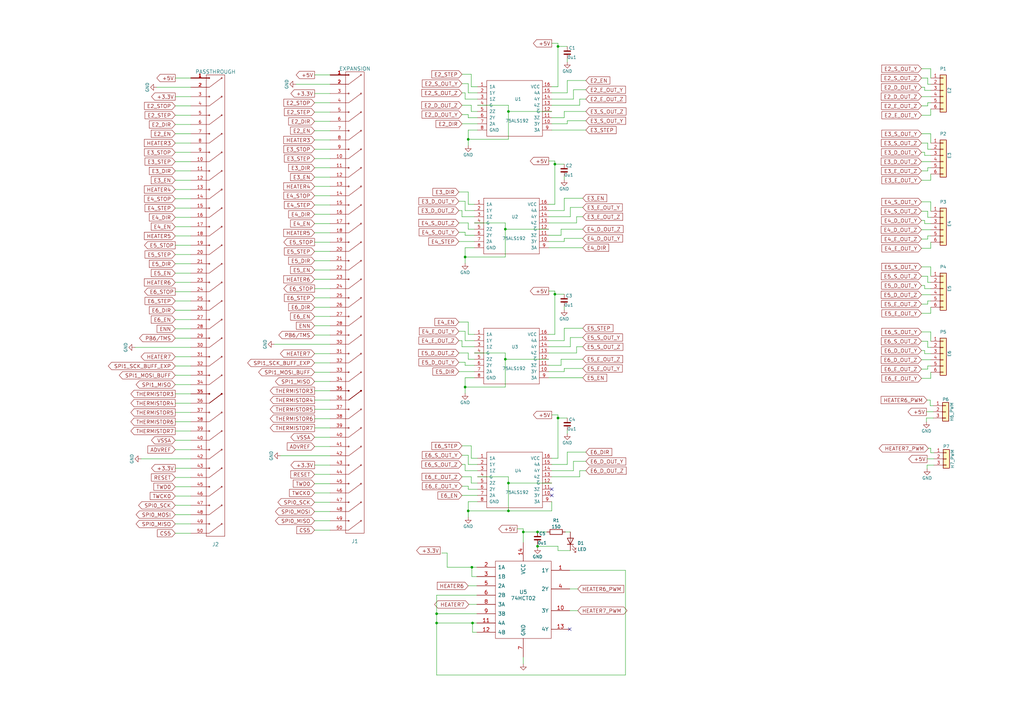
<source format=kicad_sch>
(kicad_sch (version 20211123) (generator eeschema)
  (paper "A3")
  (title_block (title "Expansion Breakout") (date "02 Jul 2016") (rev "1.1") (company "Think3DPrint3D, Escher 3D") (comment 1 "CERN OSH License 1.2") (comment 2 "http://www.ohwr.org/attachments/2388/cern_ohl_v_1_2.txt"))
  (junction (at 190.754 158.75))
  (junction (at 208.534 198.12))
  (junction (at 228.854 19.05))
  (junction (at 220.472 224.028))
  (junction (at 179.07 255.524))
  (junction (at 227.584 67.31))
  (junction (at 179.07 251.714))
  (junction (at 193.548 232.664))
  (junction (at 190.754 105.41))
  (junction (at 228.854 171.45))
  (junction (at 214.63 218.186))
  (junction (at 207.264 147.32))
  (junction (at 208.534 209.55))
  (junction (at 208.534 45.72))
  (junction (at 207.264 93.98))
  (junction (at 193.802 255.524))
  (junction (at 220.472 218.186))
  (junction (at 192.024 209.55))
  (junction (at 192.024 57.15))
  (junction (at 227.584 120.65))
  (no_connect (at 233.68 258.064))
  (no_connect (at 226.314 200.66))
  (no_connect (at 226.314 203.2))
  (wire (pts (xy 239.014 154.94) (xy 225.044 154.94)))
  (wire (pts (xy 71.882 66.294) (xy 78.232 66.294)))
  (wire (pts (xy 129.032 213.614) (xy 135.382 213.614)))
  (wire (pts (xy 231.394 45.72) (xy 231.394 48.26)))
  (wire (pts (xy 235.204 40.64) (xy 226.314 40.64)))
  (wire (pts (xy 236.474 91.44) (xy 225.044 91.44)))
  (wire (pts (xy 239.014 134.62) (xy 231.394 134.62)))
  (wire (pts (xy 129.032 76.454) (xy 135.382 76.454)))
  (wire (pts (xy 228.854 225.806) (xy 228.854 224.028)))
  (wire (pts (xy 71.882 119.634) (xy 78.232 119.634)))
  (wire (pts (xy 228.854 187.96) (xy 226.314 187.96)))
  (wire (pts (xy 195.834 200.66) (xy 192.024 200.66)))
  (wire (pts (xy 192.024 78.74) (xy 192.024 83.82)))
  (wire (pts (xy 231.394 99.06) (xy 225.044 99.06)))
  (wire (pts (xy 192.024 53.34) (xy 192.024 57.15)))
  (wire (pts (xy 380.238 192.278) (xy 380.238 190.754)))
  (wire (pts (xy 129.032 129.794) (xy 135.382 129.794)))
  (wire (pts (xy 380.238 188.214) (xy 383.032 188.214)))
  (wire (pts (xy 226.314 209.55) (xy 226.314 205.74)))
  (wire (pts (xy 380.492 124.714) (xy 380.492 123.444)))
  (wire (pts (xy 227.584 120.65) (xy 231.394 120.65)))
  (wire (pts (xy 129.032 30.734) (xy 135.382 30.734)))
  (wire (pts (xy 380.492 61.214) (xy 381.762 61.214)))
  (wire (pts (xy 377.952 47.244) (xy 381.762 47.244)))
  (wire (pts (xy 188.214 132.08) (xy 192.024 132.08)))
  (wire (pts (xy 379.222 62.484) (xy 379.222 63.754)))
  (wire (pts (xy 380.238 190.754) (xy 383.032 190.754)))
  (wire (pts (xy 179.07 251.714) (xy 195.58 251.714)))
  (wire (pts (xy 377.952 32.004) (xy 380.492 32.004)))
  (wire (pts (xy 235.204 189.23) (xy 240.284 189.23)))
  (wire (pts (xy 377.952 58.674) (xy 380.492 58.674)))
  (wire (pts (xy 129.032 202.184) (xy 135.382 202.184)))
  (wire (pts (xy 135.382 84.074) (xy 129.032 84.074)))
  (wire (pts (xy 190.754 158.75) (xy 190.754 161.29)))
  (wire (pts (xy 71.882 100.584) (xy 78.232 100.584)))
  (wire (pts (xy 183.388 232.664) (xy 193.548 232.664)))
  (wire (pts (xy 240.284 193.04) (xy 237.744 193.04)))
  (wire (pts (xy 381.762 99.314) (xy 381.762 101.854)))
  (wire (pts (xy 129.032 217.424) (xy 135.382 217.424)))
  (wire (pts (xy 71.882 161.544) (xy 78.232 161.544)))
  (wire (pts (xy 195.834 43.18) (xy 208.534 43.18)))
  (wire (pts (xy 129.032 145.034) (xy 135.382 145.034)))
  (wire (pts (xy 135.382 61.214) (xy 129.032 61.214)))
  (wire (pts (xy 235.204 36.83) (xy 235.204 40.64)))
  (wire (pts (xy 112.522 141.224) (xy 135.382 141.224)))
  (wire (pts (xy 71.882 77.724) (xy 78.232 77.724)))
  (wire (pts (xy 71.882 127.254) (xy 78.232 127.254)))
  (wire (pts (xy 228.854 170.18) (xy 226.314 170.18)))
  (wire (pts (xy 233.934 142.24) (xy 225.044 142.24)))
  (wire (pts (xy 71.882 138.684) (xy 78.232 138.684)))
  (wire (pts (xy 129.032 198.374) (xy 135.382 198.374)))
  (wire (pts (xy 226.314 198.12) (xy 208.534 198.12)))
  (wire (pts (xy 129.032 72.644) (xy 135.382 72.644)))
  (wire (pts (xy 192.024 57.15) (xy 192.024 59.69)))
  (wire (pts (xy 129.032 133.604) (xy 135.382 133.604)))
  (wire (pts (xy 189.484 86.36) (xy 189.484 88.9)))
  (wire (pts (xy 240.284 33.02) (xy 232.664 33.02)))
  (wire (pts (xy 135.382 122.174) (xy 129.032 122.174)))
  (wire (pts (xy 231.394 97.79) (xy 231.394 99.06)))
  (wire (pts (xy 129.032 148.844) (xy 135.382 148.844)))
  (wire (pts (xy 189.484 203.2) (xy 195.834 203.2)))
  (wire (pts (xy 71.882 207.264) (xy 78.232 207.264)))
  (wire (pts (xy 232.664 185.42) (xy 232.664 190.5)))
  (wire (pts (xy 190.754 190.5) (xy 190.754 193.04)))
  (wire (pts (xy 192.024 200.66) (xy 192.024 199.39)))
  (wire (pts (xy 227.584 119.38) (xy 227.584 120.65)))
  (wire (pts (xy 381.762 71.374) (xy 381.762 73.914)))
  (wire (pts (xy 240.284 40.64) (xy 237.744 40.64)))
  (wire (pts (xy 379.984 171.45) (xy 382.778 171.45)))
  (wire (pts (xy 379.222 117.094) (xy 379.222 118.364)))
  (wire (pts (xy 71.882 39.624) (xy 78.232 39.624)))
  (wire (pts (xy 189.484 186.69) (xy 192.024 186.69)))
  (wire (pts (xy 381.762 136.144) (xy 381.762 139.954)))
  (wire (pts (xy 190.754 101.6) (xy 190.754 105.41)))
  (wire (pts (xy 188.214 139.7) (xy 189.484 139.7)))
  (wire (pts (xy 233.934 138.43) (xy 239.014 138.43)))
  (wire (pts (xy 71.882 211.074) (xy 78.232 211.074)))
  (wire (pts (xy 381.762 82.804) (xy 381.762 86.614)))
  (wire (pts (xy 71.882 199.644) (xy 78.232 199.644)))
  (wire (pts (xy 135.382 45.974) (xy 129.032 45.974)))
  (wire (pts (xy 179.07 251.714) (xy 179.07 255.524)))
  (wire (pts (xy 377.952 155.194) (xy 381.762 155.194)))
  (wire (pts (xy 227.584 67.31) (xy 231.394 67.31)))
  (wire (pts (xy 239.014 101.6) (xy 225.044 101.6)))
  (wire (pts (xy 377.952 147.574) (xy 381.762 147.574)))
  (wire (pts (xy 225.044 93.98) (xy 207.264 93.98)))
  (wire (pts (xy 239.014 151.13) (xy 231.394 151.13)))
  (wire (pts (xy 233.934 225.806) (xy 228.854 225.806)))
  (wire (pts (xy 71.882 169.164) (xy 78.232 169.164)))
  (wire (pts (xy 237.744 40.64) (xy 237.744 43.18)))
  (wire (pts (xy 78.232 192.024) (xy 71.882 192.024)))
  (wire (pts (xy 190.754 148.59) (xy 188.214 148.59)))
  (wire (pts (xy 190.754 40.64) (xy 195.834 40.64)))
  (wire (pts (xy 71.882 180.594) (xy 78.232 180.594)))
  (wire (pts (xy 192.024 46.99) (xy 189.484 46.99)))
  (wire (pts (xy 189.484 38.1) (xy 190.754 38.1)))
  (wire (pts (xy 208.534 45.72) (xy 208.534 57.15)))
  (wire (pts (xy 377.952 98.044) (xy 380.492 98.044)))
  (wire (pts (xy 192.278 247.904) (xy 195.58 247.904)))
  (wire (pts (xy 377.952 109.474) (xy 381.762 109.474)))
  (wire (pts (xy 129.032 95.504) (xy 135.382 95.504)))
  (wire (pts (xy 380.492 142.494) (xy 381.762 142.494)))
  (wire (pts (xy 189.484 182.88) (xy 193.294 182.88)))
  (wire (pts (xy 230.124 147.32) (xy 230.124 149.86)))
  (wire (pts (xy 194.564 93.98) (xy 192.024 93.98)))
  (wire (pts (xy 71.882 51.054) (xy 78.232 51.054)))
  (wire (pts (xy 381.762 54.864) (xy 381.762 58.674)))
  (wire (pts (xy 129.032 38.354) (xy 135.382 38.354)))
  (wire (pts (xy 214.63 272.288) (xy 214.63 269.494)))
  (wire (pts (xy 239.014 147.32) (xy 230.124 147.32)))
  (wire (pts (xy 207.264 91.44) (xy 207.264 93.98)))
  (wire (pts (xy 194.564 91.44) (xy 207.264 91.44)))
  (wire (pts (xy 129.032 194.564) (xy 135.382 194.564)))
  (wire (pts (xy 190.754 82.55) (xy 190.754 86.36)))
  (wire (pts (xy 71.882 214.884) (xy 78.232 214.884)))
  (wire (pts (xy 381.508 164.084) (xy 381.508 166.37)))
  (wire (pts (xy 71.882 54.864) (xy 78.232 54.864)))
  (wire (pts (xy 231.394 152.4) (xy 225.044 152.4)))
  (wire (pts (xy 192.024 93.98) (xy 192.024 91.44)))
  (wire (pts (xy 192.024 205.74) (xy 192.024 209.55)))
  (wire (pts (xy 195.58 259.334) (xy 193.802 259.334)))
  (wire (pts (xy 121.412 34.544) (xy 135.382 34.544)))
  (wire (pts (xy 240.284 49.53) (xy 232.664 49.53)))
  (wire (pts (xy 55.372 142.494) (xy 78.232 142.494)))
  (wire (pts (xy 236.474 142.24) (xy 236.474 144.78)))
  (wire (pts (xy 193.802 255.524) (xy 179.07 255.524)))
  (wire (pts (xy 377.952 90.424) (xy 379.222 90.424)))
  (wire (pts (xy 227.584 67.31) (xy 227.584 83.82)))
  (wire (pts (xy 220.472 224.028) (xy 220.472 224.536)))
  (wire (pts (xy 183.388 226.822) (xy 181.102 226.822)))
  (wire (pts (xy 207.264 93.98) (xy 207.264 105.41)))
  (wire (pts (xy 129.032 160.274) (xy 135.382 160.274)))
  (wire (pts (xy 225.044 147.32) (xy 207.264 147.32)))
  (wire (pts (xy 188.214 86.36) (xy 189.484 86.36)))
  (wire (pts (xy 192.024 205.74) (xy 195.834 205.74)))
  (wire (pts (xy 228.854 171.45) (xy 228.854 187.96)))
  (wire (pts (xy 71.882 81.534) (xy 78.232 81.534)))
  (wire (pts (xy 232.664 176.53) (xy 232.664 177.8)))
  (wire (pts (xy 379.222 145.034) (xy 381.762 145.034)))
  (wire (pts (xy 232.664 24.13) (xy 232.664 25.4)))
  (wire (pts (xy 195.834 45.72) (xy 193.294 45.72)))
  (wire (pts (xy 189.484 50.8) (xy 195.834 50.8)))
  (wire (pts (xy 189.484 139.7) (xy 189.484 142.24)))
  (wire (pts (xy 71.882 203.454) (xy 78.232 203.454)))
  (wire (pts (xy 64.262 35.814) (xy 78.232 35.814)))
  (wire (pts (xy 193.802 259.334) (xy 193.802 255.524)))
  (wire (pts (xy 231.394 48.26) (xy 226.314 48.26)))
  (wire (pts (xy 240.284 185.42) (xy 232.664 185.42)))
  (wire (pts (xy 227.584 119.38) (xy 225.044 119.38)))
  (wire (pts (xy 208.534 43.18) (xy 208.534 45.72)))
  (wire (pts (xy 380.492 151.384) (xy 380.492 150.114)))
  (wire (pts (xy 192.024 147.32) (xy 192.024 144.78)))
  (wire (pts (xy 377.952 94.234) (xy 381.762 94.234)))
  (wire (pts (xy 71.882 153.924) (xy 78.232 153.924)))
  (wire (pts (xy 228.854 17.78) (xy 228.854 19.05)))
  (wire (pts (xy 192.024 137.16) (xy 194.564 137.16)))
  (wire (pts (xy 183.388 232.664) (xy 183.388 226.822)))
  (wire (pts (xy 189.484 190.5) (xy 190.754 190.5)))
  (wire (pts (xy 129.032 118.364) (xy 135.382 118.364)))
  (wire (pts (xy 230.124 149.86) (xy 225.044 149.86)))
  (wire (pts (xy 236.474 144.78) (xy 225.044 144.78)))
  (wire (pts (xy 193.294 182.88) (xy 193.294 187.96)))
  (wire (pts (xy 227.584 83.82) (xy 225.044 83.82)))
  (wire (pts (xy 71.882 89.154) (xy 78.232 89.154)))
  (wire (pts (xy 188.214 152.4) (xy 194.564 152.4)))
  (wire (pts (xy 192.024 83.82) (xy 194.564 83.82)))
  (wire (pts (xy 380.492 139.954) (xy 380.492 142.494)))
  (wire (pts (xy 377.952 117.094) (xy 379.222 117.094)))
  (wire (pts (xy 231.394 125.73) (xy 231.394 127)))
  (wire (pts (xy 195.834 195.58) (xy 208.534 195.58)))
  (wire (pts (xy 71.882 176.784) (xy 78.232 176.784)))
  (wire (pts (xy 193.294 30.48) (xy 193.294 35.56)))
  (wire (pts (xy 377.952 136.144) (xy 381.762 136.144)))
  (wire (pts (xy 377.952 35.814) (xy 379.222 35.814)))
  (wire (pts (xy 214.63 218.186) (xy 220.472 218.186)))
  (wire (pts (xy 239.014 81.28) (xy 231.394 81.28)))
  (wire (pts (xy 381.762 28.194) (xy 381.762 32.004)))
  (wire (pts (xy 129.032 205.994) (xy 135.382 205.994)))
  (wire (pts (xy 115.062 186.944) (xy 135.382 186.944)))
  (wire (pts (xy 207.264 105.41) (xy 190.754 105.41)))
  (wire (pts (xy 129.032 114.554) (xy 135.382 114.554)))
  (wire (pts (xy 239.014 93.98) (xy 230.124 93.98)))
  (wire (pts (xy 193.294 35.56) (xy 195.834 35.56)))
  (wire (pts (xy 195.58 236.474) (xy 193.548 236.474)))
  (wire (pts (xy 190.754 105.41) (xy 190.754 107.95)))
  (wire (pts (xy 189.484 34.29) (xy 192.024 34.29)))
  (wire (pts (xy 377.952 43.434) (xy 380.492 43.434)))
  (wire (pts (xy 195.834 48.26) (xy 192.024 48.26)))
  (wire (pts (xy 179.07 244.094) (xy 179.07 251.714)))
  (wire (pts (xy 381.762 185.674) (xy 383.032 185.674)))
  (wire (pts (xy 377.952 39.624) (xy 381.762 39.624)))
  (wire (pts (xy 233.934 85.09) (xy 239.014 85.09)))
  (wire (pts (xy 190.754 86.36) (xy 194.564 86.36)))
  (wire (pts (xy 192.024 53.34) (xy 195.834 53.34)))
  (wire (pts (xy 78.232 62.484) (xy 71.882 62.484)))
  (wire (pts (xy 228.854 35.56) (xy 226.314 35.56)))
  (wire (pts (xy 233.934 88.9) (xy 225.044 88.9)))
  (wire (pts (xy 379.222 37.084) (xy 381.762 37.084)))
  (wire (pts (xy 129.032 125.984) (xy 135.382 125.984)))
  (wire (pts (xy 380.492 98.044) (xy 380.492 96.774)))
  (wire (pts (xy 231.394 139.7) (xy 225.044 139.7)))
  (wire (pts (xy 379.222 91.694) (xy 381.762 91.694)))
  (wire (pts (xy 380.492 89.154) (xy 381.762 89.154)))
  (wire (pts (xy 232.664 190.5) (xy 226.314 190.5)))
  (wire (pts (xy 237.744 43.18) (xy 226.314 43.18)))
  (wire (pts (xy 188.214 82.55) (xy 190.754 82.55)))
  (wire (pts (xy 129.032 49.784) (xy 135.382 49.784)))
  (wire (pts (xy 71.882 70.104) (xy 78.232 70.104)))
  (wire (pts (xy 256.54 233.934) (xy 256.54 276.86)))
  (wire (pts (xy 129.032 137.414) (xy 135.382 137.414)))
  (wire (pts (xy 71.882 134.874) (xy 78.232 134.874)))
  (wire (pts (xy 129.032 167.894) (xy 135.382 167.894)))
  (wire (pts (xy 377.952 54.864) (xy 381.762 54.864)))
  (wire (pts (xy 129.032 57.404) (xy 135.382 57.404)))
  (wire (pts (xy 192.024 199.39) (xy 189.484 199.39)))
  (wire (pts (xy 377.952 113.284) (xy 380.492 113.284)))
  (wire (pts (xy 190.754 38.1) (xy 190.754 40.64)))
  (wire (pts (xy 129.032 42.164) (xy 135.382 42.164)))
  (wire (pts (xy 380.492 123.444) (xy 381.762 123.444)))
  (wire (pts (xy 380.238 164.084) (xy 381.508 164.084)))
  (wire (pts (xy 380.492 32.004) (xy 380.492 34.544)))
  (wire (pts (xy 232.664 38.1) (xy 226.314 38.1)))
  (wire (pts (xy 239.014 142.24) (xy 236.474 142.24)))
  (wire (pts (xy 231.394 86.36) (xy 225.044 86.36)))
  (wire (pts (xy 71.882 104.394) (xy 78.232 104.394)))
  (wire (pts (xy 228.854 19.05) (xy 232.664 19.05)))
  (wire (pts (xy 226.314 45.72) (xy 208.534 45.72)))
  (wire (pts (xy 208.534 209.55) (xy 226.314 209.55)))
  (wire (pts (xy 193.548 232.664) (xy 195.58 232.664)))
  (wire (pts (xy 240.284 45.72) (xy 231.394 45.72)))
  (wire (pts (xy 129.032 183.134) (xy 135.382 183.134)))
  (wire (pts (xy 192.024 209.55) (xy 208.534 209.55)))
  (wire (pts (xy 71.882 157.734) (xy 78.232 157.734)))
  (wire (pts (xy 231.394 72.39) (xy 231.394 73.66)))
  (wire (pts (xy 228.854 17.78) (xy 226.314 17.78)))
  (wire (pts (xy 78.232 47.244) (xy 71.882 47.244)))
  (wire (pts (xy 227.584 137.16) (xy 225.044 137.16)))
  (wire (pts (xy 380.492 115.824) (xy 381.762 115.824)))
  (wire (pts (xy 208.534 195.58) (xy 208.534 198.12)))
  (wire (pts (xy 71.882 43.434) (xy 78.232 43.434)))
  (wire (pts (xy 129.032 106.934) (xy 135.382 106.934)))
  (wire (pts (xy 235.204 189.23) (xy 235.204 193.04)))
  (wire (pts (xy 231.902 218.186) (xy 233.934 218.186)))
  (wire (pts (xy 377.952 62.484) (xy 379.222 62.484)))
  (wire (pts (xy 239.014 88.9) (xy 236.474 88.9)))
  (wire (pts (xy 228.854 170.18) (xy 228.854 171.45)))
  (wire (pts (xy 71.882 96.774) (xy 78.232 96.774)))
  (wire (pts (xy 381.762 109.474) (xy 381.762 113.284)))
  (wire (pts (xy 192.024 144.78) (xy 188.214 144.78)))
  (wire (pts (xy 129.032 175.514) (xy 135.382 175.514)))
  (wire (pts (xy 380.492 58.674) (xy 380.492 61.214)))
  (wire (pts (xy 239.014 97.79) (xy 231.394 97.79)))
  (wire (pts (xy 71.882 172.974) (xy 78.232 172.974)))
  (wire (pts (xy 231.394 81.28) (xy 231.394 86.36)))
  (wire (pts (xy 377.952 124.714) (xy 380.492 124.714)))
  (wire (pts (xy 194.564 149.86) (xy 190.754 149.86)))
  (wire (pts (xy 381.762 125.984) (xy 381.762 128.524)))
  (wire (pts (xy 379.222 143.764) (xy 379.222 145.034)))
  (wire (pts (xy 227.584 120.65) (xy 227.584 137.16)))
  (wire (pts (xy 379.984 172.974) (xy 379.984 171.45)))
  (wire (pts (xy 232.664 49.53) (xy 232.664 50.8)))
  (wire (pts (xy 381.508 166.37) (xy 382.778 166.37)))
  (wire (pts (xy 192.024 209.55) (xy 192.024 212.09)))
  (wire (pts (xy 71.882 195.834) (xy 78.232 195.834)))
  (wire (pts (xy 129.032 164.084) (xy 135.382 164.084)))
  (wire (pts (xy 129.032 80.264) (xy 135.382 80.264)))
  (wire (pts (xy 377.952 82.804) (xy 381.762 82.804)))
  (wire (pts (xy 188.214 135.89) (xy 190.754 135.89)))
  (wire (pts (xy 129.032 65.024) (xy 135.382 65.024)))
  (wire (pts (xy 208.534 57.15) (xy 192.024 57.15)))
  (wire (pts (xy 379.222 35.814) (xy 379.222 37.084)))
  (wire (pts (xy 192.024 186.69) (xy 192.024 190.5)))
  (wire (pts (xy 192.024 132.08) (xy 192.024 137.16)))
  (wire (pts (xy 227.584 66.04) (xy 225.044 66.04)))
  (wire (pts (xy 179.07 255.524) (xy 179.07 276.86)))
  (wire (pts (xy 193.294 45.72) (xy 193.294 43.18)))
  (wire (pts (xy 236.982 241.554) (xy 233.68 241.554)))
  (wire (pts (xy 231.394 151.13) (xy 231.394 152.4)))
  (wire (pts (xy 190.754 101.6) (xy 194.564 101.6)))
  (wire (pts (xy 256.54 276.86) (xy 179.07 276.86)))
  (wire (pts (xy 189.484 142.24) (xy 194.564 142.24)))
  (wire (pts (xy 71.882 218.694) (xy 78.232 218.694)))
  (wire (pts (xy 380.492 43.434) (xy 380.492 42.164)))
  (wire (pts (xy 129.032 103.124) (xy 135.382 103.124)))
  (wire (pts (xy 190.754 95.25) (xy 188.214 95.25)))
  (wire (pts (xy 193.294 195.58) (xy 189.484 195.58)))
  (wire (pts (xy 129.032 156.464) (xy 135.382 156.464)))
  (wire (pts (xy 129.032 209.804) (xy 135.382 209.804)))
  (wire (pts (xy 71.882 184.404) (xy 78.232 184.404)))
  (wire (pts (xy 377.952 139.954) (xy 380.492 139.954)))
  (wire (pts (xy 233.68 233.934) (xy 256.54 233.934)))
  (wire (pts (xy 380.492 42.164) (xy 381.762 42.164)))
  (wire (pts (xy 71.882 150.114) (xy 78.232 150.114)))
  (wire (pts (xy 194.564 96.52) (xy 190.754 96.52)))
  (wire (pts (xy 214.63 218.186) (xy 214.63 222.504)))
  (wire (pts (xy 57.912 188.214) (xy 78.232 188.214)))
  (wire (pts (xy 195.834 198.12) (xy 193.294 198.12)))
  (wire (pts (xy 377.952 143.764) (xy 379.222 143.764)))
  (wire (pts (xy 207.264 144.78) (xy 207.264 147.32)))
  (wire (pts (xy 228.854 171.45) (xy 232.664 171.45)))
  (wire (pts (xy 232.664 33.02) (xy 232.664 38.1)))
  (wire (pts (xy 380.492 96.774) (xy 381.762 96.774)))
  (wire (pts (xy 236.982 250.444) (xy 233.68 250.444)))
  (wire (pts (xy 380.492 70.104) (xy 380.492 68.834)))
  (wire (pts (xy 192.024 38.1) (xy 195.834 38.1)))
  (wire (pts (xy 227.584 66.04) (xy 227.584 67.31)))
  (wire (pts (xy 232.664 50.8) (xy 226.314 50.8)))
  (wire (pts (xy 377.952 120.904) (xy 381.762 120.904)))
  (wire (pts (xy 237.744 193.04) (xy 237.744 195.58)))
  (wire (pts (xy 377.952 101.854) (xy 381.762 101.854)))
  (wire (pts (xy 228.854 224.028) (xy 220.472 224.028)))
  (wire (pts (xy 129.032 68.834) (xy 135.382 68.834)))
  (wire (pts (xy 129.032 179.324) (xy 135.382 179.324)))
  (wire (pts (xy 193.294 198.12) (xy 193.294 195.58)))
  (wire (pts (xy 380.492 150.114) (xy 381.762 150.114)))
  (wire (pts (xy 190.754 96.52) (xy 190.754 95.25)))
  (wire (pts (xy 71.882 108.204) (xy 78.232 108.204)))
  (wire (pts (xy 231.394 134.62) (xy 231.394 139.7)))
  (wire (pts (xy 228.854 19.05) (xy 228.854 35.56)))
  (wire (pts (xy 189.484 88.9) (xy 194.564 88.9)))
  (wire (pts (xy 377.952 86.614) (xy 380.492 86.614)))
  (wire (pts (xy 381.762 183.896) (xy 381.762 185.674)))
  (wire (pts (xy 233.934 85.09) (xy 233.934 88.9)))
  (wire (pts (xy 379.222 118.364) (xy 381.762 118.364)))
  (wire (pts (xy 195.58 244.094) (xy 179.07 244.094)))
  (wire (pts (xy 78.232 85.344) (xy 71.882 85.344)))
  (wire (pts (xy 192.024 34.29) (xy 192.024 38.1)))
  (wire (pts (xy 194.564 147.32) (xy 192.024 147.32)))
  (wire (pts (xy 193.294 187.96) (xy 195.834 187.96)))
  (wire (pts (xy 71.882 165.354) (xy 78.232 165.354)))
  (wire (pts (xy 381.762 44.704) (xy 381.762 47.244)))
  (wire (pts (xy 230.124 96.52) (xy 225.044 96.52)))
  (wire (pts (xy 188.214 99.06) (xy 194.564 99.06)))
  (wire (pts (xy 207.264 158.75) (xy 190.754 158.75)))
  (wire (pts (xy 71.882 32.004) (xy 78.232 32.004)))
  (wire (pts (xy 78.232 92.964) (xy 71.882 92.964)))
  (wire (pts (xy 377.952 73.914) (xy 381.762 73.914)))
  (wire (pts (xy 190.754 135.89) (xy 190.754 139.7)))
  (wire (pts (xy 208.534 198.12) (xy 208.534 209.55)))
  (wire (pts (xy 192.024 190.5) (xy 195.834 190.5)))
  (wire (pts (xy 135.382 190.754) (xy 129.032 190.754)))
  (wire (pts (xy 129.032 152.654) (xy 135.382 152.654)))
  (wire (pts (xy 78.232 123.444) (xy 71.882 123.444)))
  (wire (pts (xy 71.882 112.014) (xy 78.232 112.014)))
  (wire (pts (xy 379.984 168.91) (xy 382.778 168.91)))
  (wire (pts (xy 193.294 43.18) (xy 189.484 43.18)))
  (wire (pts (xy 190.754 149.86) (xy 190.754 148.59)))
  (wire (pts (xy 235.204 36.83) (xy 240.284 36.83)))
  (wire (pts (xy 129.032 110.744) (xy 135.382 110.744)))
  (wire (pts (xy 377.952 70.104) (xy 380.492 70.104)))
  (wire (pts (xy 129.032 99.314) (xy 135.382 99.314)))
  (wire (pts (xy 380.492 86.614) (xy 380.492 89.154)))
  (wire (pts (xy 129.032 171.704) (xy 135.382 171.704)))
  (wire (pts (xy 381.762 152.654) (xy 381.762 155.194)))
  (wire (pts (xy 192.024 91.44) (xy 188.214 91.44)))
  (wire (pts (xy 188.214 78.74) (xy 192.024 78.74)))
  (wire (pts (xy 71.882 58.674) (xy 78.232 58.674)))
  (wire (pts (xy 233.934 138.43) (xy 233.934 142.24)))
  (wire (pts (xy 129.032 53.594) (xy 135.382 53.594)))
  (wire (pts (xy 195.58 255.524) (xy 193.802 255.524)))
  (wire (pts (xy 379.222 90.424) (xy 379.222 91.694)))
  (wire (pts (xy 380.746 183.896) (xy 381.762 183.896)))
  (wire (pts (xy 220.472 218.186) (xy 224.282 218.186)))
  (wire (pts (xy 236.474 88.9) (xy 236.474 91.44)))
  (wire (pts (xy 193.548 236.474) (xy 193.548 232.664)))
  (wire (pts (xy 237.744 195.58) (xy 226.314 195.58)))
  (wire (pts (xy 190.754 139.7) (xy 194.564 139.7)))
  (wire (pts (xy 230.124 93.98) (xy 230.124 96.52)))
  (wire (pts (xy 379.222 63.754) (xy 381.762 63.754)))
  (wire (pts (xy 192.024 48.26) (xy 192.024 46.99)))
  (wire (pts (xy 214.63 216.916) (xy 214.63 218.186)))
  (wire (pts (xy 71.882 73.914) (xy 78.232 73.914)))
  (wire (pts (xy 192.024 240.284) (xy 195.58 240.284)))
  (wire (pts (xy 377.952 151.384) (xy 380.492 151.384)))
  (wire (pts (xy 71.882 131.064) (xy 78.232 131.064)))
  (wire (pts (xy 71.882 146.304) (xy 78.232 146.304)))
  (wire (pts (xy 380.492 68.834) (xy 381.762 68.834)))
  (wire (pts (xy 190.754 193.04) (xy 195.834 193.04)))
  (wire (pts (xy 377.952 28.194) (xy 381.762 28.194)))
  (wire (pts (xy 135.382 91.694) (xy 129.032 91.694)))
  (wire (pts (xy 220.472 223.266) (xy 220.472 224.028)))
  (wire (pts (xy 240.284 53.34) (xy 226.314 53.34)))
  (wire (pts (xy 235.204 193.04) (xy 226.314 193.04)))
  (wire (pts (xy 380.492 34.544) (xy 381.762 34.544)))
  (wire (pts (xy 377.952 128.524) (xy 381.762 128.524)))
  (wire (pts (xy 194.564 144.78) (xy 207.264 144.78)))
  (wire (pts (xy 189.484 30.48) (xy 193.294 30.48)))
  (wire (pts (xy 377.952 66.294) (xy 381.762 66.294)))
  (wire (pts (xy 214.63 216.916) (xy 212.09 216.916)))
  (wire (pts (xy 380.492 113.284) (xy 380.492 115.824)))
  (wire (pts (xy 190.754 154.94) (xy 194.564 154.94)))
  (wire (pts (xy 129.032 87.884) (xy 135.382 87.884)))
  (wire (pts (xy 207.264 147.32) (xy 207.264 158.75)))
  (wire (pts (xy 71.882 115.824) (xy 78.232 115.824)))
  (wire (pts (xy 190.754 154.94) (xy 190.754 158.75)))
  (global_label "THERMISTOR6" (shape output) (at 71.882 172.974 180) (effects (font (size 1.524 1.524))) (property "Referenzen zwischen Schaltplänen" "${INTERSHEET_REFS}" (effects hide)))
  (global_label "+3.3V" (shape output) (at 129.032 38.354 180) (effects (font (size 1.524 1.524))) (property "Referenzen zwischen Schaltplänen" "${INTERSHEET_REFS}" (effects hide)))
  (global_label "E3_STOP" (shape input) (at 129.032 61.214 180) (effects (font (size 1.524 1.524))) (property "Referenzen zwischen Schaltplänen" "${INTERSHEET_REFS}" (effects hide)))
  (global_label "E2_D_OUT_Z" (shape input) (at 189.484 43.18 180) (effects (font (size 1.524 1.524))) (property "Referenzen zwischen Schaltplänen" "${INTERSHEET_REFS}" (effects hide)))
  (global_label "PB6/TMS" (shape bidirectional) (at 129.032 137.414 180) (effects (font (size 1.524 1.524))) (property "Referenzen zwischen Schaltplänen" "${INTERSHEET_REFS}" (effects hide)))
  (global_label "SPI0_SCK" (shape bidirectional) (at 71.882 207.264 180) (effects (font (size 1.524 1.524))) (property "Referenzen zwischen Schaltplänen" "${INTERSHEET_REFS}" (effects hide)))
  (global_label "E6_STEP" (shape input) (at 189.484 182.88 180) (effects (font (size 1.524 1.524))) (property "Referenzen zwischen Schaltplänen" "${INTERSHEET_REFS}" (effects hide)))
  (global_label "E3_S_OUT_Y" (shape input) (at 377.952 54.864 180) (effects (font (size 1.524 1.524))) (property "Referenzen zwischen Schaltplänen" "${INTERSHEET_REFS}" (effects hide)))
  (global_label "E5_DIR" (shape input) (at 129.032 106.934 180) (effects (font (size 1.524 1.524))) (property "Referenzen zwischen Schaltplänen" "${INTERSHEET_REFS}" (effects hide)))
  (global_label "PB6/TMS" (shape bidirectional) (at 71.882 138.684 180) (effects (font (size 1.524 1.524))) (property "Referenzen zwischen Schaltplänen" "${INTERSHEET_REFS}" (effects hide)))
  (global_label "E4_D_OUT_Z" (shape input) (at 239.014 93.98 0) (effects (font (size 1.524 1.524))) (property "Referenzen zwischen Schaltplänen" "${INTERSHEET_REFS}" (effects hide)))
  (global_label "E4_D_OUT_Y" (shape input) (at 377.952 90.424 180) (effects (font (size 1.524 1.524))) (property "Referenzen zwischen Schaltplänen" "${INTERSHEET_REFS}" (effects hide)))
  (global_label "E2_STOP" (shape input) (at 129.032 42.164 180) (effects (font (size 1.524 1.524))) (property "Referenzen zwischen Schaltplänen" "${INTERSHEET_REFS}" (effects hide)))
  (global_label "E6_E_OUT_Y" (shape input) (at 189.484 199.39 180) (effects (font (size 1.524 1.524))) (property "Referenzen zwischen Schaltplänen" "${INTERSHEET_REFS}" (effects hide)))
  (global_label "SPI1_SCK_BUFF_EXP" (shape bidirectional) (at 129.032 148.844 180) (effects (font (size 1.524 1.524))) (property "Referenzen zwischen Schaltplänen" "${INTERSHEET_REFS}" (effects hide)))
  (global_label "E4_D_OUT_Y" (shape input) (at 239.014 97.79 0) (effects (font (size 1.524 1.524))) (property "Referenzen zwischen Schaltplänen" "${INTERSHEET_REFS}" (effects hide)))
  (global_label "E3_STEP" (shape input) (at 71.882 66.294 180) (effects (font (size 1.524 1.524))) (property "Referenzen zwischen Schaltplänen" "${INTERSHEET_REFS}" (effects hide)))
  (global_label "E5_EN" (shape input) (at 239.014 154.94 0) (effects (font (size 1.524 1.524))) (property "Referenzen zwischen Schaltplänen" "${INTERSHEET_REFS}" (effects hide)))
  (global_label "E4_E_OUT_Z" (shape input) (at 377.952 98.044 180) (effects (font (size 1.524 1.524))) (property "Referenzen zwischen Schaltplänen" "${INTERSHEET_REFS}" (effects hide)))
  (global_label "E2_EN" (shape input) (at 71.882 54.864 180) (effects (font (size 1.524 1.524))) (property "Referenzen zwischen Schaltplänen" "${INTERSHEET_REFS}" (effects hide)))
  (global_label "+5V" (shape output) (at 379.984 168.91 180) (effects (font (size 1.524 1.524))) (property "Referenzen zwischen Schaltplänen" "${INTERSHEET_REFS}" (effects hide)))
  (global_label "E3_S_OUT_Z" (shape input) (at 240.284 45.72 0) (effects (font (size 1.524 1.524))) (property "Referenzen zwischen Schaltplänen" "${INTERSHEET_REFS}" (effects hide)))
  (global_label "E4_DIR" (shape input) (at 129.032 87.884 180) (effects (font (size 1.524 1.524))) (property "Referenzen zwischen Schaltplänen" "${INTERSHEET_REFS}" (effects hide)))
  (global_label "E6_S_OUT_Y" (shape input) (at 189.484 186.69 180) (effects (font (size 1.524 1.524))) (property "Referenzen zwischen Schaltplänen" "${INTERSHEET_REFS}" (effects hide)))
  (global_label "E2_STEP" (shape input) (at 189.484 30.48 180) (effects (font (size 1.524 1.524))) (property "Referenzen zwischen Schaltplänen" "${INTERSHEET_REFS}" (effects hide)))
  (global_label "E4_STEP" (shape input) (at 71.882 85.344 180) (effects (font (size 1.524 1.524))) (property "Referenzen zwischen Schaltplänen" "${INTERSHEET_REFS}" (effects hide)))
  (global_label "E4_DIR" (shape input) (at 239.014 101.6 0) (effects (font (size 1.524 1.524))) (property "Referenzen zwischen Schaltplänen" "${INTERSHEET_REFS}" (effects hide)))
  (global_label "TWD0" (shape input) (at 129.032 198.374 180) (effects (font (size 1.524 1.524))) (property "Referenzen zwischen Schaltplänen" "${INTERSHEET_REFS}" (effects hide)))
  (global_label "+3.3V" (shape output) (at 180.594 225.806 180) (effects (font (size 1.524 1.524))) (property "Referenzen zwischen Schaltplänen" "${INTERSHEET_REFS}" (effects hide)))
  (global_label "E2_EN" (shape input) (at 129.032 53.594 180) (effects (font (size 1.524 1.524))) (property "Referenzen zwischen Schaltplänen" "${INTERSHEET_REFS}" (effects hide)))
  (global_label "E5_E_OUT_Z" (shape input) (at 239.014 147.32 0) (effects (font (size 1.524 1.524))) (property "Referenzen zwischen Schaltplänen" "${INTERSHEET_REFS}" (effects hide)))
  (global_label "E2_E_OUT_Z" (shape input) (at 377.952 43.434 180) (effects (font (size 1.524 1.524))) (property "Referenzen zwischen Schaltplänen" "${INTERSHEET_REFS}" (effects hide)))
  (global_label "THERMISTOR6" (shape output) (at 129.032 171.704 180) (effects (font (size 1.524 1.524))) (property "Referenzen zwischen Schaltplänen" "${INTERSHEET_REFS}" (effects hide)))
  (global_label "SPI1_MOSI_BUFF" (shape bidirectional) (at 71.882 153.924 180) (effects (font (size 1.524 1.524))) (property "Referenzen zwischen Schaltplänen" "${INTERSHEET_REFS}" (effects hide)))
  (global_label "THERMISTOR3" (shape output) (at 71.882 161.544 180) (effects (font (size 1.524 1.524))) (property "Referenzen zwischen Schaltplänen" "${INTERSHEET_REFS}" (effects hide)))
  (global_label "HEATER7" (shape bidirectional) (at 192.278 247.904 180) (effects (font (size 1.524 1.524))) (property "Referenzen zwischen Schaltplänen" "${INTERSHEET_REFS}" (effects hide)))
  (global_label "HEATER7" (shape bidirectional) (at 129.032 145.034 180) (effects (font (size 1.524 1.524))) (property "Referenzen zwischen Schaltplänen" "${INTERSHEET_REFS}" (effects hide)))
  (global_label "E5_E_OUT_Y" (shape input) (at 377.952 128.524 180) (effects (font (size 1.524 1.524))) (property "Referenzen zwischen Schaltplänen" "${INTERSHEET_REFS}" (effects hide)))
  (global_label "E2_S_OUT_Y" (shape input) (at 189.484 34.29 180) (effects (font (size 1.524 1.524))) (property "Referenzen zwischen Schaltplänen" "${INTERSHEET_REFS}" (effects hide)))
  (global_label "HEATER5" (shape input) (at 71.882 96.774 180) (effects (font (size 1.524 1.524))) (property "Referenzen zwischen Schaltplänen" "${INTERSHEET_REFS}" (effects hide)))
  (global_label "E6_D_OUT_Z" (shape input) (at 377.952 147.574 180) (effects (font (size 1.524 1.524))) (property "Referenzen zwischen Schaltplänen" "${INTERSHEET_REFS}" (effects hide)))
  (global_label "THERMISTOR5" (shape output) (at 71.882 169.164 180) (effects (font (size 1.524 1.524))) (property "Referenzen zwischen Schaltplänen" "${INTERSHEET_REFS}" (effects hide)))
  (global_label "E4_E_OUT_Y" (shape input) (at 377.952 101.854 180) (effects (font (size 1.524 1.524))) (property "Referenzen zwischen Schaltplänen" "${INTERSHEET_REFS}" (effects hide)))
  (global_label "E4_E_OUT_Z" (shape input) (at 188.214 139.7 180) (effects (font (size 1.524 1.524))) (property "Referenzen zwischen Schaltplänen" "${INTERSHEET_REFS}" (effects hide)))
  (global_label "+3.3V" (shape output) (at 71.882 39.624 180) (effects (font (size 1.524 1.524))) (property "Referenzen zwischen Schaltplänen" "${INTERSHEET_REFS}" (effects hide)))
  (global_label "E6_EN" (shape input) (at 189.484 203.2 180) (effects (font (size 1.524 1.524))) (property "Referenzen zwischen Schaltplänen" "${INTERSHEET_REFS}" (effects hide)))
  (global_label "E4_EN" (shape input) (at 71.882 92.964 180) (effects (font (size 1.524 1.524))) (property "Referenzen zwischen Schaltplänen" "${INTERSHEET_REFS}" (effects hide)))
  (global_label "E6_STEP" (shape input) (at 129.032 122.174 180) (effects (font (size 1.524 1.524))) (property "Referenzen zwischen Schaltplänen" "${INTERSHEET_REFS}" (effects hide)))
  (global_label "HEATER7" (shape bidirectional) (at 71.882 146.304 180) (effects (font (size 1.524 1.524))) (property "Referenzen zwischen Schaltplänen" "${INTERSHEET_REFS}" (effects hide)))
  (global_label "HEATER7_PWM" (shape bidirectional) (at 236.982 250.444 0) (effects (font (size 1.524 1.524))) (property "Referenzen zwischen Schaltplänen" "${INTERSHEET_REFS}" (effects hide)))
  (global_label "E2_STEP" (shape input) (at 129.032 45.974 180) (effects (font (size 1.524 1.524))) (property "Referenzen zwischen Schaltplänen" "${INTERSHEET_REFS}" (effects hide)))
  (global_label "E3_EN" (shape input) (at 129.032 72.644 180) (effects (font (size 1.524 1.524))) (property "Referenzen zwischen Schaltplänen" "${INTERSHEET_REFS}" (effects hide)))
  (global_label "E6_DIR" (shape input) (at 240.284 185.42 0) (effects (font (size 1.524 1.524))) (property "Referenzen zwischen Schaltplänen" "${INTERSHEET_REFS}" (effects hide)))
  (global_label "+5V" (shape output) (at 380.238 188.214 180) (effects (font (size 1.524 1.524))) (property "Referenzen zwischen Schaltplänen" "${INTERSHEET_REFS}" (effects hide)))
  (global_label "E3_S_OUT_Z" (shape input) (at 377.952 58.674 180) (effects (font (size 1.524 1.524))) (property "Referenzen zwischen Schaltplänen" "${INTERSHEET_REFS}" (effects hide)))
  (global_label "THERMISTOR7" (shape output) (at 129.032 175.514 180) (effects (font (size 1.524 1.524))) (property "Referenzen zwischen Schaltplänen" "${INTERSHEET_REFS}" (effects hide)))
  (global_label "E6_D_OUT_Z" (shape input) (at 240.284 193.04 0) (effects (font (size 1.524 1.524))) (property "Referenzen zwischen Schaltplänen" "${INTERSHEET_REFS}" (effects hide)))
  (global_label "CS5" (shape input) (at 129.032 217.424 180) (effects (font (size 1.524 1.524))) (property "Referenzen zwischen Schaltplänen" "${INTERSHEET_REFS}" (effects hide)))
  (global_label "HEATER3" (shape input) (at 71.882 58.674 180) (effects (font (size 1.524 1.524))) (property "Referenzen zwischen Schaltplänen" "${INTERSHEET_REFS}" (effects hide)))
  (global_label "HEATER6_PWM" (shape input) (at 236.982 241.554 0) (effects (font (size 1.524 1.524))) (property "Referenzen zwischen Schaltplänen" "${INTERSHEET_REFS}" (effects hide)))
  (global_label "E4_S_OUT_Z" (shape input) (at 377.952 86.614 180) (effects (font (size 1.524 1.524))) (property "Referenzen zwischen Schaltplänen" "${INTERSHEET_REFS}" (effects hide)))
  (global_label "ENN" (shape input) (at 129.032 133.604 180) (effects (font (size 1.524 1.524))) (property "Referenzen zwischen Schaltplänen" "${INTERSHEET_REFS}" (effects hide)))
  (global_label "E5_E_OUT_Y" (shape input) (at 239.014 151.13 0) (effects (font (size 1.524 1.524))) (property "Referenzen zwischen Schaltplänen" "${INTERSHEET_REFS}" (effects hide)))
  (global_label "E2_DIR" (shape input) (at 71.882 51.054 180) (effects (font (size 1.524 1.524))) (property "Referenzen zwischen Schaltplänen" "${INTERSHEET_REFS}" (effects hide)))
  (global_label "E3_S_OUT_Y" (shape input) (at 240.284 49.53 0) (effects (font (size 1.524 1.524))) (property "Referenzen zwischen Schaltplänen" "${INTERSHEET_REFS}" (effects hide)))
  (global_label "HEATER3" (shape input) (at 129.032 57.404 180) (effects (font (size 1.524 1.524))) (property "Referenzen zwischen Schaltplänen" "${INTERSHEET_REFS}" (effects hide)))
  (global_label "E5_S_OUT_Z" (shape input) (at 377.952 113.284 180) (effects (font (size 1.524 1.524))) (property "Referenzen zwischen Schaltplänen" "${INTERSHEET_REFS}" (effects hide)))
  (global_label "VSSA" (shape bidirectional) (at 71.882 180.594 180) (effects (font (size 1.524 1.524))) (property "Referenzen zwischen Schaltplänen" "${INTERSHEET_REFS}" (effects hide)))
  (global_label "E3_STEP" (shape input) (at 240.284 53.34 0) (effects (font (size 1.524 1.524))) (property "Referenzen zwischen Schaltplänen" "${INTERSHEET_REFS}" (effects hide)))
  (global_label "SPI1_MOSI_BUFF" (shape bidirectional) (at 129.032 152.654 180) (effects (font (size 1.524 1.524))) (property "Referenzen zwischen Schaltplänen" "${INTERSHEET_REFS}" (effects hide)))
  (global_label "E5_STEP" (shape input) (at 129.032 103.124 180) (effects (font (size 1.524 1.524))) (property "Referenzen zwischen Schaltplänen" "${INTERSHEET_REFS}" (effects hide)))
  (global_label "VSSA" (shape bidirectional) (at 129.032 179.324 180) (effects (font (size 1.524 1.524))) (property "Referenzen zwischen Schaltplänen" "${INTERSHEET_REFS}" (effects hide)))
  (global_label "E4_D_OUT_Z" (shape input) (at 377.952 94.234 180) (effects (font (size 1.524 1.524))) (property "Referenzen zwischen Schaltplänen" "${INTERSHEET_REFS}" (effects hide)))
  (global_label "TWD0" (shape input) (at 71.882 199.644 180) (effects (font (size 1.524 1.524))) (property "Referenzen zwischen Schaltplänen" "${INTERSHEET_REFS}" (effects hide)))
  (global_label "E5_S_OUT_Y" (shape input) (at 377.952 109.474 180) (effects (font (size 1.524 1.524))) (property "Referenzen zwischen Schaltplänen" "${INTERSHEET_REFS}" (effects hide)))
  (global_label "THERMISTOR3" (shape output) (at 129.032 160.274 180) (effects (font (size 1.524 1.524))) (property "Referenzen zwischen Schaltplänen" "${INTERSHEET_REFS}" (effects hide)))
  (global_label "E2_E_OUT_Z" (shape input) (at 240.284 40.64 0) (effects (font (size 1.524 1.524))) (property "Referenzen zwischen Schaltplänen" "${INTERSHEET_REFS}" (effects hide)))
  (global_label "ENN" (shape input) (at 71.882 134.874 180) (effects (font (size 1.524 1.524))) (property "Referenzen zwischen Schaltplänen" "${INTERSHEET_REFS}" (effects hide)))
  (global_label "E6_E_OUT_Y" (shape input) (at 377.952 155.194 180) (effects (font (size 1.524 1.524))) (property "Referenzen zwischen Schaltplänen" "${INTERSHEET_REFS}" (effects hide)))
  (global_label "E6_EN" (shape input) (at 71.882 131.064 180) (effects (font (size 1.524 1.524))) (property "Referenzen zwischen Schaltplänen" "${INTERSHEET_REFS}" (effects hide)))
  (global_label "E2_E_OUT_Y" (shape input) (at 377.952 47.244 180) (effects (font (size 1.524 1.524))) (property "Referenzen zwischen Schaltplänen" "${INTERSHEET_REFS}" (effects hide)))
  (global_label "E3_E_OUT_Z" (shape input) (at 239.014 88.9 0) (effects (font (size 1.524 1.524))) (property "Referenzen zwischen Schaltplänen" "${INTERSHEET_REFS}" (effects hide)))
  (global_label "E5_D_OUT_Z" (shape input) (at 377.952 120.904 180) (effects (font (size 1.524 1.524))) (property "Referenzen zwischen Schaltplänen" "${INTERSHEET_REFS}" (effects hide)))
  (global_label "E3_EN" (shape input) (at 239.014 81.28 0) (effects (font (size 1.524 1.524))) (property "Referenzen zwischen Schaltplänen" "${INTERSHEET_REFS}" (effects hide)))
  (global_label "E6_DIR" (shape input) (at 71.882 127.254 180) (effects (font (size 1.524 1.524))) (property "Referenzen zwischen Schaltplänen" "${INTERSHEET_REFS}" (effects hide)))
  (global_label "SPI0_MOSI" (shape bidirectional) (at 129.032 209.804 180) (effects (font (size 1.524 1.524))) (property "Referenzen zwischen Schaltplänen" "${INTERSHEET_REFS}" (effects hide)))
  (global_label "ADVREF" (shape input) (at 129.032 183.134 180) (effects (font (size 1.524 1.524))) (property "Referenzen zwischen Schaltplänen" "${INTERSHEET_REFS}" (effects hide)))
  (global_label "E4_STEP" (shape input) (at 188.214 99.06 180) (effects (font (size 1.524 1.524))) (property "Referenzen zwischen Schaltplänen" "${INTERSHEET_REFS}" (effects hide)))
  (global_label "E3_DIR" (shape input) (at 71.882 70.104 180) (effects (font (size 1.524 1.524))) (property "Referenzen zwischen Schaltplänen" "${INTERSHEET_REFS}" (effects hide)))
  (global_label "E6_STEP" (shape input) (at 71.882 123.444 180) (effects (font (size 1.524 1.524))) (property "Referenzen zwischen Schaltplänen" "${INTERSHEET_REFS}" (effects hide)))
  (global_label "E4_S_OUT_Z" (shape input) (at 188.214 91.44 180) (effects (font (size 1.524 1.524))) (property "Referenzen zwischen Schaltplänen" "${INTERSHEET_REFS}" (effects hide)))
  (global_label "E4_EN" (shape input) (at 188.214 132.08 180) (effects (font (size 1.524 1.524))) (property "Referenzen zwischen Schaltplänen" "${INTERSHEET_REFS}" (effects hide)))
  (global_label "E6_D_OUT_Y" (shape input) (at 377.952 143.764 180) (effects (font (size 1.524 1.524))) (property "Referenzen zwischen Schaltplänen" "${INTERSHEET_REFS}" (effects hide)))
  (global_label "E6_E_OUT_Z" (shape input) (at 377.952 151.384 180) (effects (font (size 1.524 1.524))) (property "Referenzen zwischen Schaltplänen" "${INTERSHEET_REFS}" (effects hide)))
  (global_label "E5_S_OUT_Z" (shape input) (at 239.014 142.24 0) (effects (font (size 1.524 1.524))) (property "Referenzen zwischen Schaltplänen" "${INTERSHEET_REFS}" (effects hide)))
  (global_label "E3_EN" (shape input) (at 71.882 73.914 180) (effects (font (size 1.524 1.524))) (property "Referenzen zwischen Schaltplänen" "${INTERSHEET_REFS}" (effects hide)))
  (global_label "E4_S_OUT_Y" (shape input) (at 377.952 82.804 180) (effects (font (size 1.524 1.524))) (property "Referenzen zwischen Schaltplänen" "${INTERSHEET_REFS}" (effects hide)))
  (global_label "E3_E_OUT_Y" (shape input) (at 239.014 85.09 0) (effects (font (size 1.524 1.524))) (property "Referenzen zwischen Schaltplänen" "${INTERSHEET_REFS}" (effects hide)))
  (global_label "E2_E_OUT_Y" (shape input) (at 240.284 36.83 0) (effects (font (size 1.524 1.524))) (property "Referenzen zwischen Schaltplänen" "${INTERSHEET_REFS}" (effects hide)))
  (global_label "E5_DIR" (shape input) (at 188.214 152.4 180) (effects (font (size 1.524 1.524))) (property "Referenzen zwischen Schaltplänen" "${INTERSHEET_REFS}" (effects hide)))
  (global_label "+3.3V" (shape output) (at 129.032 190.754 180) (effects (font (size 1.524 1.524))) (property "Referenzen zwischen Schaltplänen" "${INTERSHEET_REFS}" (effects hide)))
  (global_label "HEATER5" (shape input) (at 129.032 95.504 180) (effects (font (size 1.524 1.524))) (property "Referenzen zwischen Schaltplänen" "${INTERSHEET_REFS}" (effects hide)))
  (global_label "E2_D_OUT_Y" (shape input) (at 377.952 35.814 180) (effects (font (size 1.524 1.524))) (property "Referenzen zwischen Schaltplänen" "${INTERSHEET_REFS}" (effects hide)))
  (global_label "E2_DIR" (shape input) (at 189.484 50.8 180) (effects (font (size 1.524 1.524))) (property "Referenzen zwischen Schaltplänen" "${INTERSHEET_REFS}" (effects hide)))
  (global_label "SPI0_MISO" (shape bidirectional) (at 71.882 214.884 180) (effects (font (size 1.524 1.524))) (property "Referenzen zwischen Schaltplänen" "${INTERSHEET_REFS}" (effects hide)))
  (global_label "TWCK0" (shape input) (at 129.032 202.184 180) (effects (font (size 1.524 1.524))) (property "Referenzen zwischen Schaltplänen" "${INTERSHEET_REFS}" (effects hide)))
  (global_label "E6_S_OUT_Z" (shape input) (at 189.484 190.5 180) (effects (font (size 1.524 1.524))) (property "Referenzen zwischen Schaltplänen" "${INTERSHEET_REFS}" (effects hide)))
  (global_label "E5_D_OUT_Y" (shape input) (at 377.952 117.094 180) (effects (font (size 1.524 1.524))) (property "Referenzen zwischen Schaltplänen" "${INTERSHEET_REFS}" (effects hide)))
  (global_label "SPI0_SCK" (shape bidirectional) (at 129.032 205.994 180) (effects (font (size 1.524 1.524))) (property "Referenzen zwischen Schaltplänen" "${INTERSHEET_REFS}" (effects hide)))
  (global_label "E2_S_OUT_Z" (shape input) (at 189.484 38.1 180) (effects (font (size 1.524 1.524))) (property "Referenzen zwischen Schaltplänen" "${INTERSHEET_REFS}" (effects hide)))
  (global_label "E3_D_OUT_Z" (shape input) (at 377.952 66.294 180) (effects (font (size 1.524 1.524))) (property "Referenzen zwischen Schaltplänen" "${INTERSHEET_REFS}" (effects hide)))
  (global_label "E3_E_OUT_Z" (shape input) (at 377.952 70.104 180) (effects (font (size 1.524 1.524))) (property "Referenzen zwischen Schaltplänen" "${INTERSHEET_REFS}" (effects hide)))
  (global_label "E4_S_OUT_Y" (shape input) (at 188.214 95.25 180) (effects (font (size 1.524 1.524))) (property "Referenzen zwischen Schaltplänen" "${INTERSHEET_REFS}" (effects hide)))
  (global_label "E2_S_OUT_Y" (shape input) (at 377.952 28.194 180) (effects (font (size 1.524 1.524))) (property "Referenzen zwischen Schaltplänen" "${INTERSHEET_REFS}" (effects hide)))
  (global_label "+5V" (shape output) (at 226.314 170.18 180) (effects (font (size 1.524 1.524))) (property "Referenzen zwischen Schaltplänen" "${INTERSHEET_REFS}" (effects hide)))
  (global_label "E2_STEP" (shape input) (at 71.882 47.244 180) (effects (font (size 1.524 1.524))) (property "Referenzen zwischen Schaltplänen" "${INTERSHEET_REFS}" (effects hide)))
  (global_label "E5_STEP" (shape input) (at 71.882 104.394 180) (effects (font (size 1.524 1.524))) (property "Referenzen zwischen Schaltplänen" "${INTERSHEET_REFS}" (effects hide)))
  (global_label "E2_S_OUT_Z" (shape input) (at 377.952 32.004 180) (effects (font (size 1.524 1.524))) (property "Referenzen zwischen Schaltplänen" "${INTERSHEET_REFS}" (effects hide)))
  (global_label "E6_S_OUT_Z" (shape input) (at 377.952 139.954 180) (effects (font (size 1.524 1.524))) (property "Referenzen zwischen Schaltplänen" "${INTERSHEET_REFS}" (effects hide)))
  (global_label "E3_STOP" (shape input) (at 71.882 62.484 180) (effects (font (size 1.524 1.524))) (property "Referenzen zwischen Schaltplänen" "${INTERSHEET_REFS}" (effects hide)))
  (global_label "E4_EN" (shape input) (at 129.032 91.694 180) (effects (font (size 1.524 1.524))) (property "Referenzen zwischen Schaltplänen" "${INTERSHEET_REFS}" (effects hide)))
  (global_label "SPI1_SCK_BUFF_EXP" (shape bidirectional) (at 71.882 150.114 180) (effects (font (size 1.524 1.524))) (property "Referenzen zwischen Schaltplänen" "${INTERSHEET_REFS}" (effects hide)))
  (global_label "RESET" (shape input) (at 71.882 195.834 180) (effects (font (size 1.524 1.524))) (property "Referenzen zwischen Schaltplänen" "${INTERSHEET_REFS}" (effects hide)))
  (global_label "E3_STEP" (shape input) (at 129.032 65.024 180) (effects (font (size 1.524 1.524))) (property "Referenzen zwischen Schaltplänen" "${INTERSHEET_REFS}" (effects hide)))
  (global_label "+5V" (shape output) (at 225.044 66.04 180) (effects (font (size 1.524 1.524))) (property "Referenzen zwischen Schaltplänen" "${INTERSHEET_REFS}" (effects hide)))
  (global_label "E5_D_OUT_Y" (shape input) (at 188.214 148.59 180) (effects (font (size 1.524 1.524))) (property "Referenzen zwischen Schaltplänen" "${INTERSHEET_REFS}" (effects hide)))
  (global_label "HEATER7_PWM" (shape bidirectional) (at 380.746 183.896 180) (effects (font (size 1.524 1.524))) (property "Referenzen zwischen Schaltplänen" "${INTERSHEET_REFS}" (effects hide)))
  (global_label "CS5" (shape input) (at 71.882 218.694 180) (effects (font (size 1.524 1.524))) (property "Referenzen zwischen Schaltplänen" "${INTERSHEET_REFS}" (effects hide)))
  (global_label "E6_S_OUT_Y" (shape input) (at 377.952 136.144 180) (effects (font (size 1.524 1.524))) (property "Referenzen zwischen Schaltplänen" "${INTERSHEET_REFS}" (effects hide)))
  (global_label "RESET" (shape input) (at 129.032 194.564 180) (effects (font (size 1.524 1.524))) (property "Referenzen zwischen Schaltplänen" "${INTERSHEET_REFS}" (effects hide)))
  (global_label "E2_DIR" (shape input) (at 129.032 49.784 180) (effects (font (size 1.524 1.524))) (property "Referenzen zwischen Schaltplänen" "${INTERSHEET_REFS}" (effects hide)))
  (global_label "E2_STOP" (shape input) (at 71.882 43.434 180) (effects (font (size 1.524 1.524))) (property "Referenzen zwischen Schaltplänen" "${INTERSHEET_REFS}" (effects hide)))
  (global_label "E5_DIR" (shape input) (at 71.882 108.204 180) (effects (font (size 1.524 1.524))) (property "Referenzen zwischen Schaltplänen" "${INTERSHEET_REFS}" (effects hide)))
  (global_label "E5_D_OUT_Z" (shape input) (at 188.214 144.78 180) (effects (font (size 1.524 1.524))) (property "Referenzen zwischen Schaltplänen" "${INTERSHEET_REFS}" (effects hide)))
  (global_label "+5V" (shape output) (at 226.314 17.78 180) (effects (font (size 1.524 1.524))) (property "Referenzen zwischen Schaltplänen" "${INTERSHEET_REFS}" (effects hide)))
  (global_label "E2_D_OUT_Z" (shape input) (at 377.952 39.624 180) (effects (font (size 1.524 1.524))) (property "Referenzen zwischen Schaltplänen" "${INTERSHEET_REFS}" (effects hide)))
  (global_label "E6_D_OUT_Y" (shape input) (at 240.284 189.23 0) (effects (font (size 1.524 1.524))) (property "Referenzen zwischen Schaltplänen" "${INTERSHEET_REFS}" (effects hide)))
  (global_label "E3_DIR" (shape input) (at 188.214 78.74 180) (effects (font (size 1.524 1.524))) (property "Referenzen zwischen Schaltplänen" "${INTERSHEET_REFS}" (effects hide)))
  (global_label "E2_D_OUT_Y" (shape input) (at 189.484 46.99 180) (effects (font (size 1.524 1.524))) (property "Referenzen zwischen Schaltplänen" "${INTERSHEET_REFS}" (effects hide)))
  (global_label "TWCK0" (shape input) (at 71.882 203.454 180) (effects (font (size 1.524 1.524))) (property "Referenzen zwischen Schaltplänen" "${INTERSHEET_REFS}" (effects hide)))
  (global_label "E5_E_OUT_Z" (shape input) (at 377.952 124.714 180) (effects (font (size 1.524 1.524))) (property "Referenzen zwischen Schaltplänen" "${INTERSHEET_REFS}" (effects hide)))
  (global_label "+5V" (shape output) (at 71.882 32.004 180) (effects (font (size 1.524 1.524))) (property "Referenzen zwischen Schaltplänen" "${INTERSHEET_REFS}" (effects hide)))
  (global_label "E6_STOP" (shape output) (at 71.882 119.634 180) (effects (font (size 1.524 1.524))) (property "Referenzen zwischen Schaltplänen" "${INTERSHEET_REFS}" (effects hide)))
  (global_label "THERMISTOR4" (shape output) (at 129.032 164.084 180) (effects (font (size 1.524 1.524))) (property "Referenzen zwischen Schaltplänen" "${INTERSHEET_REFS}" (effects hide)))
  (global_label "+5V" (shape output) (at 129.032 30.734 180) (effects (font (size 1.524 1.524))) (property "Referenzen zwischen Schaltplänen" "${INTERSHEET_REFS}" (effects hide)))
  (global_label "HEATER6" (shape input) (at 192.024 240.284 180) (effects (font (size 1.524 1.524))) (property "Referenzen zwischen Schaltplänen" "${INTERSHEET_REFS}" (effects hide)))
  (global_label "E6_STOP" (shape output) (at 129.032 118.364 180) (effects (font (size 1.524 1.524))) (property "Referenzen zwischen Schaltplänen" "${INTERSHEET_REFS}" (effects hide)))
  (global_label "E4_STOP" (shape input) (at 129.032 80.264 180) (effects (font (size 1.524 1.524))) (property "Referenzen zwischen Schaltplänen" "${INTERSHEET_REFS}" (effects hide)))
  (global_label "E6_EN" (shape input) (at 129.032 129.794 180) (effects (font (size 1.524 1.524))) (property "Referenzen zwischen Schaltplänen" "${INTERSHEET_REFS}" (effects hide)))
  (global_label "SPI1_MISO" (shape bidirectional) (at 71.882 157.734 180) (effects (font (size 1.524 1.524))) (property "Referenzen zwischen Schaltplänen" "${INTERSHEET_REFS}" (effects hide)))
  (global_label "E6_DIR" (shape input) (at 129.032 125.984 180) (effects (font (size 1.524 1.524))) (property "Referenzen zwischen Schaltplänen" "${INTERSHEET_REFS}" (effects hide)))
  (global_label "E4_STEP" (shape input) (at 129.032 84.074 180) (effects (font (size 1.524 1.524))) (property "Referenzen zwischen Schaltplänen" "${INTERSHEET_REFS}" (effects hide)))
  (global_label "HEATER4" (shape input) (at 71.882 77.724 180) (effects (font (size 1.524 1.524))) (property "Referenzen zwischen Schaltplänen" "${INTERSHEET_REFS}" (effects hide)))
  (global_label "HEATER6_PWM" (shape input) (at 380.238 164.084 180) (effects (font (size 1.524 1.524))) (property "Referenzen zwischen Schaltplänen" "${INTERSHEET_REFS}" (effects hide)))
  (global_label "HEATER6" (shape input) (at 129.032 114.554 180) (effects (font (size 1.524 1.524))) (property "Referenzen zwischen Schaltplänen" "${INTERSHEET_REFS}" (effects hide)))
  (global_label "+5V" (shape output) (at 225.044 119.38 180) (effects (font (size 1.524 1.524))) (property "Referenzen zwischen Schaltplänen" "${INTERSHEET_REFS}" (effects hide)))
  (global_label "HEATER6" (shape input) (at 71.882 115.824 180) (effects (font (size 1.524 1.524))) (property "Referenzen zwischen Schaltplänen" "${INTERSHEET_REFS}" (effects hide)))
  (global_label "E3_D_OUT_Z" (shape input) (at 188.214 86.36 180) (effects (font (size 1.524 1.524))) (property "Referenzen zwischen Schaltplänen" "${INTERSHEET_REFS}" (effects hide)))
  (global_label "E3_D_OUT_Y" (shape input) (at 188.214 82.55 180) (effects (font (size 1.524 1.524))) (property "Referenzen zwischen Schaltplänen" "${INTERSHEET_REFS}" (effects hide)))
  (global_label "ADVREF" (shape input) (at 71.882 184.404 180) (effects (font (size 1.524 1.524))) (property "Referenzen zwischen Schaltplänen" "${INTERSHEET_REFS}" (effects hide)))
  (global_label "E4_E_OUT_Y" (shape input) (at 188.214 135.89 180) (effects (font (size 1.524 1.524))) (property "Referenzen zwischen Schaltplänen" "${INTERSHEET_REFS}" (effects hide)))
  (global_label "E4_DIR" (shape input) (at 71.882 89.154 180) (effects (font (size 1.524 1.524))) (property "Referenzen zwischen Schaltplänen" "${INTERSHEET_REFS}" (effects hide)))
  (global_label "SPI0_MISO" (shape bidirectional) (at 129.032 213.614 180) (effects (font (size 1.524 1.524))) (property "Referenzen zwischen Schaltplänen" "${INTERSHEET_REFS}" (effects hide)))
  (global_label "E5_EN" (shape input) (at 129.032 110.744 180) (effects (font (size 1.524 1.524))) (property "Referenzen zwischen Schaltplänen" "${INTERSHEET_REFS}" (effects hide)))
  (global_label "SPI0_MOSI" (shape bidirectional) (at 71.882 211.074 180) (effects (font (size 1.524 1.524))) (property "Referenzen zwischen Schaltplänen" "${INTERSHEET_REFS}" (effects hide)))
  (global_label "HEATER4" (shape input) (at 129.032 76.454 180) (effects (font (size 1.524 1.524))) (property "Referenzen zwischen Schaltplänen" "${INTERSHEET_REFS}" (effects hide)))
  (global_label "E5_STOP" (shape output) (at 129.032 99.314 180) (effects (font (size 1.524 1.524))) (property "Referenzen zwischen Schaltplänen" "${INTERSHEET_REFS}" (effects hide)))
  (global_label "E3_DIR" (shape input) (at 129.032 68.834 180) (effects (font (size 1.524 1.524))) (property "Referenzen zwischen Schaltplänen" "${INTERSHEET_REFS}" (effects hide)))
  (global_label "THERMISTOR4" (shape output) (at 71.882 165.354 180) (effects (font (size 1.524 1.524))) (property "Referenzen zwischen Schaltplänen" "${INTERSHEET_REFS}" (effects hide)))
  (global_label "E5_STOP" (shape output) (at 71.882 100.584 180) (effects (font (size 1.524 1.524))) (property "Referenzen zwischen Schaltplänen" "${INTERSHEET_REFS}" (effects hide)))
  (global_label "E5_S_OUT_Y" (shape input) (at 239.014 138.43 0) (effects (font (size 1.524 1.524))) (property "Referenzen zwischen Schaltplänen" "${INTERSHEET_REFS}" (effects hide)))
  (global_label "E6_E_OUT_Z" (shape input) (at 189.484 195.58 180) (effects (font (size 1.524 1.524))) (property "Referenzen zwischen Schaltplänen" "${INTERSHEET_REFS}" (effects hide)))
  (global_label "THERMISTOR7" (shape output) (at 71.882 176.784 180) (effects (font (size 1.524 1.524))) (property "Referenzen zwischen Schaltplänen" "${INTERSHEET_REFS}" (effects hide)))
  (global_label "E3_E_OUT_Y" (shape input) (at 377.952 73.914 180) (effects (font (size 1.524 1.524))) (property "Referenzen zwischen Schaltplänen" "${INTERSHEET_REFS}" (effects hide)))
  (global_label "E5_STEP" (shape input) (at 239.014 134.62 0) (effects (font (size 1.524 1.524))) (property "Referenzen zwischen Schaltplänen" "${INTERSHEET_REFS}" (effects hide)))
  (global_label "E2_EN" (shape input) (at 240.284 33.02 0) (effects (font (size 1.524 1.524))) (property "Referenzen zwischen Schaltplänen" "${INTERSHEET_REFS}" (effects hide)))
  (global_label "THERMISTOR5" (shape output) (at 129.032 167.894 180) (effects (font (size 1.524 1.524))) (property "Referenzen zwischen Schaltplänen" "${INTERSHEET_REFS}" (effects hide)))
  (global_label "E4_STOP" (shape input) (at 71.882 81.534 180) (effects (font (size 1.524 1.524))) (property "Referenzen zwischen Schaltplänen" "${INTERSHEET_REFS}" (effects hide)))
  (global_label "SPI1_MISO" (shape bidirectional) (at 129.032 156.464 180) (effects (font (size 1.524 1.524))) (property "Referenzen zwischen Schaltplänen" "${INTERSHEET_REFS}" (effects hide)))
  (global_label "+5V" (shape output) (at 212.09 216.916 180) (effects (font (size 1.524 1.524))) (property "Referenzen zwischen Schaltplänen" "${INTERSHEET_REFS}" (effects hide)))
  (global_label "E5_EN" (shape input) (at 71.882 112.014 180) (effects (font (size 1.524 1.524))) (property "Referenzen zwischen Schaltplänen" "${INTERSHEET_REFS}" (effects hide)))
  (global_label "E3_D_OUT_Y" (shape input) (at 377.952 62.484 180) (effects (font (size 1.524 1.524))) (property "Referenzen zwischen Schaltplänen" "${INTERSHEET_REFS}" (effects hide)))
  (global_label "+3.3V" (shape output) (at 71.882 192.024 180) (effects (font (size 1.524 1.524))) (property "Referenzen zwischen Schaltplänen" "${INTERSHEET_REFS}" (effects hide)))
  (symbol (lib_id "ExpBreakout:CONN2X25") (at 145.542 122.174 0) (unit 1)
    (property "Reference" "J1" (at 145.542 221.996 0) (effects (font (size 1.524 1.524))))
    (property "Value" "EXPANSION" (at 145.542 28.194 0) (effects (font (size 1.524 1.524))))
    (property "Footprint" "Connector_PinHeader_2.54mm:PinHeader_2x25_P2.54mm_Vertical" (effects hide))
  )
  (symbol (lib_id "ExpBreakout:am26c31") (at 211.074 44.45 0) (unit 1)
    (property "Reference" "U1" (at 211.074 40.64 0) (effects (justify left)))
    (property "Value" "75ALS192" (at 207.264 49.53 0) (effects (justify left)))
    (property "Footprint" "complib:SOIC-16_3.9x9.9mm_Pitch1.27mm" (effects hide))
    (property "Datasheet" "http://www.ti.com/lit/ds/symlink/am26c31.pdf" (effects hide))
  )
  (symbol (lib_id "ExpBreakout:C_SMALL") (at 232.664 21.59 0) (unit 1)
    (property "Reference" "C1" (at 233.299 19.685 0) (effects (justify left)))
    (property "Value" "0u1" (at 232.664 23.495 0) (effects (justify left)))
    (property "Footprint" "Capacitor_SMD:C_0603_1608Metric" (effects hide))
    (property "Datasheet" "K104K10X7RF5UH5" (effects hide))
  )
  (symbol (lib_id "ExpBreakout-rescue:GND") (at 232.664 25.4 0) (unit 1)
    (property "Reference" "#PWR04" (effects hide))
    (property "Value" "GND" (at 232.664 29.21 0))
  )
  (symbol (lib_id "ExpBreakout-rescue:GND") (at 192.024 59.69 0) (unit 1)
    (property "Reference" "#PWR05" (effects hide))
    (property "Value" "GND" (at 192.024 63.5 0))
  )
  (symbol (lib_id "ExpBreakout:am26c31") (at 209.804 92.71 0) (unit 1)
    (property "Reference" "U2" (at 209.804 88.9 0) (effects (justify left)))
    (property "Value" "75ALS192" (at 205.994 97.79 0) (effects (justify left)))
    (property "Footprint" "complib:SOIC-16_3.9x9.9mm_Pitch1.27mm" (effects hide))
    (property "Datasheet" "http://www.ti.com/lit/ds/symlink/am26c31.pdf" (effects hide))
  )
  (symbol (lib_id "ExpBreakout:C_SMALL") (at 231.394 69.85 0) (unit 1)
    (property "Reference" "C2" (at 232.029 67.945 0) (effects (justify left)))
    (property "Value" "0u1" (at 231.394 71.755 0) (effects (justify left)))
    (property "Footprint" "Capacitor_SMD:C_0603_1608Metric" (effects hide))
    (property "Datasheet" "K104K10X7RF5UH5" (effects hide))
  )
  (symbol (lib_id "ExpBreakout-rescue:GND") (at 231.394 73.66 0) (unit 1)
    (property "Reference" "#PWR06" (effects hide))
    (property "Value" "GND" (at 231.394 77.47 0))
  )
  (symbol (lib_id "ExpBreakout-rescue:GND") (at 190.754 107.95 0) (unit 1)
    (property "Reference" "#PWR07" (effects hide))
    (property "Value" "GND" (at 190.754 111.76 0))
  )
  (symbol (lib_id "ExpBreakout:am26c31") (at 209.804 146.05 0) (unit 1)
    (property "Reference" "U3" (at 209.804 142.24 0) (effects (justify left)))
    (property "Value" "75ALS192" (at 205.994 151.13 0) (effects (justify left)))
    (property "Footprint" "complib:SOIC-16_3.9x9.9mm_Pitch1.27mm" (effects hide))
    (property "Datasheet" "http://www.ti.com/lit/ds/symlink/am26c31.pdf" (effects hide))
  )
  (symbol (lib_id "ExpBreakout:C_SMALL") (at 231.394 123.19 0) (unit 1)
    (property "Reference" "C3" (at 232.029 121.285 0) (effects (justify left)))
    (property "Value" "0u1" (at 231.394 125.095 0) (effects (justify left)))
    (property "Footprint" "Capacitor_SMD:C_0603_1608Metric" (effects hide))
    (property "Datasheet" "K104K10X7RF5UH5" (effects hide))
  )
  (symbol (lib_id "ExpBreakout-rescue:GND") (at 231.394 127 0) (unit 1)
    (property "Reference" "#PWR08" (effects hide))
    (property "Value" "GND" (at 231.394 130.81 0))
  )
  (symbol (lib_id "ExpBreakout-rescue:GND") (at 190.754 161.29 0) (unit 1)
    (property "Reference" "#PWR09" (effects hide))
    (property "Value" "GND" (at 190.754 165.1 0))
  )
  (symbol (lib_id "ExpBreakout:am26c31") (at 211.074 196.85 0) (unit 1)
    (property "Reference" "U4" (at 211.074 193.04 0) (effects (justify left)))
    (property "Value" "75ALS192" (at 207.264 201.93 0) (effects (justify left)))
    (property "Footprint" "complib:SOIC-16_3.9x9.9mm_Pitch1.27mm" (effects hide))
    (property "Datasheet" "http://www.ti.com/lit/ds/symlink/am26c31.pdf" (effects hide))
  )
  (symbol (lib_id "ExpBreakout:C_SMALL") (at 232.664 173.99 0) (unit 1)
    (property "Reference" "C4" (at 233.299 172.085 0) (effects (justify left)))
    (property "Value" "0u1" (at 232.664 175.895 0) (effects (justify left)))
    (property "Footprint" "Capacitor_SMD:C_0603_1608Metric" (effects hide))
    (property "Datasheet" "K104K10X7RF5UH5" (effects hide))
  )
  (symbol (lib_id "ExpBreakout-rescue:GND") (at 232.664 177.8 0) (unit 1)
    (property "Reference" "#PWR010" (effects hide))
    (property "Value" "GND" (at 232.664 181.61 0))
  )
  (symbol (lib_id "ExpBreakout-rescue:GND") (at 192.024 212.09 0) (unit 1)
    (property "Reference" "#PWR011" (effects hide))
    (property "Value" "GND" (at 192.024 215.9 0))
  )
  (symbol (lib_id "ExpBreakout-rescue:Conn_01x06") (at 386.842 37.084 0) (unit 1)
    (property "Reference" "P1" (at 386.842 28.194 0))
    (property "Value" "E2" (at 389.382 37.084 90))
    (property "Footprint" "TerminalBlock:TerminalBlock_bornier-6_P5.08mm" (effects hide))
  )
  (symbol (lib_id "ExpBreakout-rescue:Conn_01x06") (at 386.842 63.754 0) (unit 1)
    (property "Reference" "P2" (at 386.842 54.864 0))
    (property "Value" "E3" (at 389.382 63.754 90))
    (property "Footprint" "TerminalBlock:TerminalBlock_bornier-6_P5.08mm" (effects hide))
  )
  (symbol (lib_id "ExpBreakout-rescue:Conn_01x06") (at 386.842 91.694 0) (unit 1)
    (property "Reference" "P3" (at 386.842 82.804 0))
    (property "Value" "E4" (at 389.382 91.694 90))
    (property "Footprint" "TerminalBlock:TerminalBlock_bornier-6_P5.08mm" (effects hide))
  )
  (symbol (lib_id "ExpBreakout-rescue:Conn_01x06") (at 386.842 118.364 0) (unit 1)
    (property "Reference" "P4" (at 386.842 109.474 0))
    (property "Value" "E5" (at 389.382 118.364 90))
    (property "Footprint" "TerminalBlock:TerminalBlock_bornier-6_P5.08mm" (effects hide))
  )
  (symbol (lib_id "ExpBreakout-rescue:Conn_01x06") (at 386.842 145.034 0) (unit 1)
    (property "Reference" "P5" (at 386.842 136.144 0))
    (property "Value" "E6" (at 389.382 145.034 90))
    (property "Footprint" "TerminalBlock:TerminalBlock_bornier-6_P5.08mm" (effects hide))
  )
  (symbol (lib_id "ExpBreakout:74HCT02") (at 214.63 244.094 0) (unit 1)
    (property "Reference" "U5" (at 214.63 242.824 0) (effects (font (size 1.524 1.524))))
    (property "Value" "74HCT02" (at 214.63 245.364 0) (effects (font (size 1.524 1.524))))
    (property "Footprint" "FE Footprints:TSSOP-14" (effects hide))
  )
  (symbol (lib_id "ExpBreakout-rescue:Conn_01x03") (at 388.112 188.214 0) (unit 1)
    (property "Reference" "P7" (at 388.112 183.134 0))
    (property "Value" "H7_PWM" (at 390.652 188.214 90))
    (property "Footprint" "TerminalBlock:TerminalBlock_bornier-3_P5.08mm" (effects hide))
  )
  (symbol (lib_id "ExpBreakout-rescue:Conn_01x03") (at 387.858 168.91 0) (unit 1)
    (property "Reference" "P6" (at 387.858 163.83 0))
    (property "Value" "H6_PWM" (at 390.398 168.91 90))
    (property "Footprint" "TerminalBlock:TerminalBlock_bornier-3_P5.08mm" (effects hide))
  )
  (symbol (lib_id "ExpBreakout-rescue:GND") (at 214.63 272.288 0) (unit 1)
    (property "Reference" "#PWR012" (effects hide))
    (property "Value" "GND" (effects hide))
  )
  (symbol (lib_id "ExpBreakout:C_SMALL") (at 220.472 220.726 0) (unit 1)
    (property "Reference" "C5" (at 221.107 218.821 0) (effects (justify left)))
    (property "Value" "0u1" (at 220.472 222.631 0) (effects (justify left)))
    (property "Footprint" "Capacitor_SMD:C_0603_1608Metric" (effects hide))
    (property "Datasheet" "K104K10X7RF5UH5" (effects hide))
  )
  (symbol (lib_id "ExpBreakout-rescue:GND") (at 220.472 224.536 0) (unit 1)
    (property "Reference" "#PWR013" (effects hide))
    (property "Value" "GND" (at 220.472 228.346 0))
  )
  (symbol (lib_id "ExpBreakout-rescue:GND") (at 379.984 172.974 0) (unit 1)
    (property "Reference" "#PWR014" (effects hide))
    (property "Value" "GND" (at 379.984 176.784 0))
  )
  (symbol (lib_id "ExpBreakout-rescue:GND") (at 380.238 192.278 0) (unit 1)
    (property "Reference" "#PWR015" (effects hide))
    (property "Value" "GND" (at 380.238 196.088 0))
  )
  (symbol (lib_id "ExpBreakout-rescue:GND") (at 55.372 142.494 270) (unit 1)
    (property "Reference" "#PWR01" (effects hide))
    (property "Value" "GND" (at 51.562 142.494 0))
  )
  (symbol (lib_id "ExpBreakout-rescue:GND") (at 57.912 188.214 270) (unit 1)
    (property "Reference" "#PWR02" (effects hide))
    (property "Value" "GND" (at 54.102 188.214 0))
  )
  (symbol (lib_id "ExpBreakout-rescue:GND") (at 115.062 186.944 270) (unit 1)
    (property "Reference" "#PWR017" (effects hide))
    (property "Value" "GND" (at 111.252 186.944 0))
  )
  (symbol (lib_id "ExpBreakout-rescue:GND") (at 112.522 141.224 270) (unit 1)
    (property "Reference" "#PWR016" (effects hide))
    (property "Value" "GND" (at 108.712 141.224 0))
  )
  (symbol (lib_id "ExpBreakout:CONN2X25") (at 88.392 123.444 0) (unit 1)
    (property "Reference" "J2" (at 88.392 223.266 0) (effects (font (size 1.524 1.524))))
    (property "Value" "PASSTHROUGH" (at 88.392 29.464 0) (effects (font (size 1.524 1.524))))
    (property "Footprint" "Connector_PinHeader_2.54mm:PinHeader_2x25_P2.54mm_Vertical" (effects hide))
  )
  (symbol (lib_id "Device:R") (at 228.092 218.186 90) (unit 1)
    (property "Reference" "R1" (at 228.092 213.4702 90))
    (property "Value" "150" (at 228.092 216.0071 90))
    (property "Footprint" "Resistor_SMD:R_0603_1608Metric" (effects hide))
  )
  (symbol (lib_id "ExpBreakout-rescue:GND") (at 121.412 34.544 270) (unit 1)
    (property "Reference" "#PWR018" (effects hide))
    (property "Value" "GND" (at 117.602 34.544 0))
  )
  (symbol (lib_id "ExpBreakout-rescue:GND") (at 64.262 35.814 270) (unit 1)
    (property "Reference" "#PWR03" (effects hide))
    (property "Value" "GND" (at 60.452 35.814 0))
  )
  (symbol (lib_id "Device:LED") (at 233.934 221.996 90) (unit 1)
    (property "Reference" "D1" (at 236.855 222.7488 90) (effects (justify right)))
    (property "Value" "LED" (at 236.855 225.2857 90) (effects (justify right)))
    (property "Footprint" "LED_THT:LED_D5.0mm" (effects hide))
  )
)
</source>
